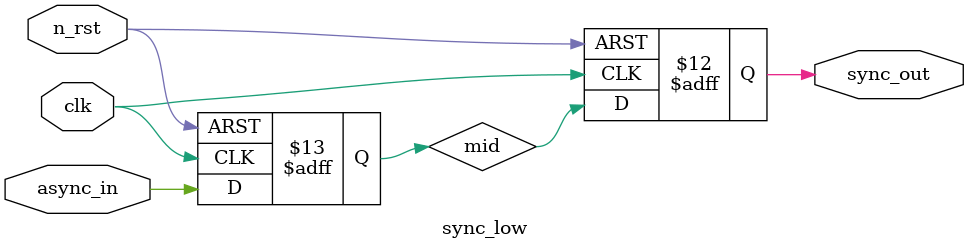
<source format=sv>

module sync_low
(
	input wire clk,
	input wire n_rst,
	input wire async_in,
	output reg sync_out
);
	reg mid;

	always_ff @ (posedge clk, negedge n_rst)
	begin : IMI
	   if(1'b0 == n_rst)
	   begin
	     sync_out <= 0;
	     mid <= 0;
	   end
	   else if(async_in == 0 || async_in == 1)
	   begin
	     
	     mid <= async_in;
	      sync_out <= mid;
	      
	   end
	   else
	     begin
		mid <= 0;
		sync_out <= 0;
		end
	end


endmodule

</source>
